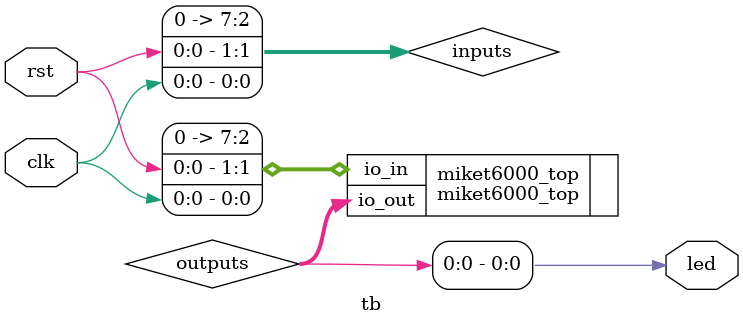
<source format=v>
`default_nettype none
`timescale 1ns/1ps

/*
this testbench just instantiates the module and makes some convenient wires
that can be driven / tested by the cocotb test.py
*/

module tb (
    // testbench is controlled by test.py
    input clk,
    input rst,
    output led
   );

    // this part dumps the trace to a vcd file that can be viewed with GTKWave
    initial begin
        $dumpfile ("tb.vcd");
        $dumpvars (0, tb);
        #1;
    end

    // wire up the inputs and outputs
    wire [7:0] inputs = {6'b0, rst, clk};
    wire [7:0] outputs;
    assign led = outputs[0];

    // instantiate the DUT
    miket6000_top miket6000_top(
        `ifdef GL_TEST
            .vccd1( 1'b1),
            .vssd1( 1'b0),
        `endif
        .io_in  (inputs),
        .io_out (outputs)
        );

endmodule

</source>
